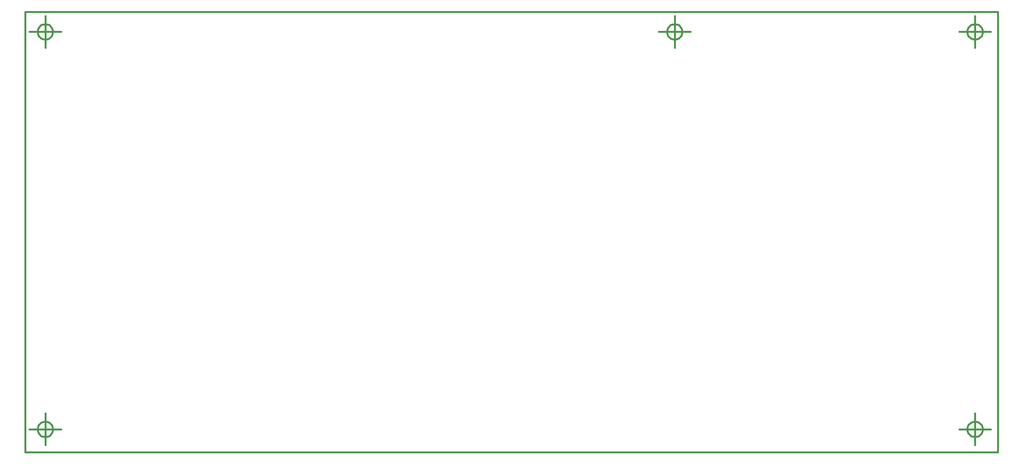
<source format=gbr>
G04 (Genere par PCBnew (20080825c)) le 18/8/2009-19:22:28*
G01*
G70*
G90*
%MOIN*%
G04 Gerber Fmt 3.4, Leading zero omitted, Abs format*
%FSLAX34Y34*%
G04 APERTURE LIST*
%ADD10C,0.015000*%
%ADD11C,0.012000*%
%ADD12C,0.070000*%
%ADD13R,0.062000X0.090000*%
%ADD14O,0.062000X0.090000*%
%ADD15C,0.055000*%
%ADD16R,0.070000X0.070000*%
%ADD17R,0.055000X0.055000*%
%ADD18C,0.060000*%
%ADD19C,0.160000*%
%ADD20C,0.080000*%
%ADD21C,0.045000*%
%ADD22C,0.017000*%
%ADD23C,0.005000*%
%ADD24C,0.001000*%
%ADD25C,0.008000*%
%ADD26C,0.010000*%
%ADD27C,0.090000*%
%ADD28R,0.082000X0.110000*%
%ADD29O,0.082000X0.110000*%
%ADD30C,0.075000*%
%ADD31R,0.090000X0.090000*%
%ADD32R,0.075000X0.075000*%
%ADD33C,0.180000*%
%ADD34C,0.100000*%
G04 APERTURE END LIST*
G54D10*
X96500Y-57250D02*
X96750Y-57250D01*
X89750Y-57250D02*
X96500Y-57250D01*
X71250Y-18750D02*
X96750Y-18750D01*
X11750Y-18750D02*
X12250Y-18750D01*
X11750Y-57250D02*
X11750Y-18750D01*
X12250Y-57250D02*
X11750Y-57250D01*
X96750Y-18750D02*
X96750Y-57250D01*
X69189Y-20500D02*
X69096Y-20844D01*
X69096Y-20844D02*
X68844Y-21096D01*
X68844Y-21096D02*
X68500Y-21189D01*
X68500Y-21189D02*
X68156Y-21096D01*
X68156Y-21096D02*
X67904Y-20844D01*
X67904Y-20844D02*
X67811Y-20500D01*
X67811Y-20500D02*
X67904Y-20156D01*
X67904Y-20156D02*
X68156Y-19904D01*
X68156Y-19904D02*
X68500Y-19811D01*
X68500Y-19811D02*
X68844Y-19904D01*
X68844Y-19904D02*
X69096Y-20156D01*
X69096Y-20156D02*
X69189Y-20500D01*
X67122Y-20500D02*
X69878Y-20500D01*
X68500Y-19122D02*
X68500Y-21878D01*
X14189Y-20500D02*
X14096Y-20844D01*
X14096Y-20844D02*
X13844Y-21096D01*
X13844Y-21096D02*
X13500Y-21189D01*
X13500Y-21189D02*
X13156Y-21096D01*
X13156Y-21096D02*
X12904Y-20844D01*
X12904Y-20844D02*
X12811Y-20500D01*
X12811Y-20500D02*
X12904Y-20156D01*
X12904Y-20156D02*
X13156Y-19904D01*
X13156Y-19904D02*
X13500Y-19811D01*
X13500Y-19811D02*
X13844Y-19904D01*
X13844Y-19904D02*
X14096Y-20156D01*
X14096Y-20156D02*
X14189Y-20500D01*
X12122Y-20500D02*
X14878Y-20500D01*
X13500Y-19122D02*
X13500Y-21878D01*
X14189Y-55250D02*
X14096Y-55594D01*
X14096Y-55594D02*
X13844Y-55846D01*
X13844Y-55846D02*
X13500Y-55939D01*
X13500Y-55939D02*
X13156Y-55846D01*
X13156Y-55846D02*
X12904Y-55594D01*
X12904Y-55594D02*
X12811Y-55250D01*
X12811Y-55250D02*
X12904Y-54906D01*
X12904Y-54906D02*
X13156Y-54654D01*
X13156Y-54654D02*
X13500Y-54561D01*
X13500Y-54561D02*
X13844Y-54654D01*
X13844Y-54654D02*
X14096Y-54906D01*
X14096Y-54906D02*
X14189Y-55250D01*
X12122Y-55250D02*
X14878Y-55250D01*
X13500Y-53872D02*
X13500Y-56628D01*
X95439Y-20500D02*
X95346Y-20844D01*
X95346Y-20844D02*
X95094Y-21096D01*
X95094Y-21096D02*
X94750Y-21189D01*
X94750Y-21189D02*
X94406Y-21096D01*
X94406Y-21096D02*
X94154Y-20844D01*
X94154Y-20844D02*
X94061Y-20500D01*
X94061Y-20500D02*
X94154Y-20156D01*
X94154Y-20156D02*
X94406Y-19904D01*
X94406Y-19904D02*
X94750Y-19811D01*
X94750Y-19811D02*
X95094Y-19904D01*
X95094Y-19904D02*
X95346Y-20156D01*
X95346Y-20156D02*
X95439Y-20500D01*
X93372Y-20500D02*
X96128Y-20500D01*
X94750Y-19122D02*
X94750Y-21878D01*
X95439Y-55250D02*
X95346Y-55594D01*
X95346Y-55594D02*
X95094Y-55846D01*
X95094Y-55846D02*
X94750Y-55939D01*
X94750Y-55939D02*
X94406Y-55846D01*
X94406Y-55846D02*
X94154Y-55594D01*
X94154Y-55594D02*
X94061Y-55250D01*
X94061Y-55250D02*
X94154Y-54906D01*
X94154Y-54906D02*
X94406Y-54654D01*
X94406Y-54654D02*
X94750Y-54561D01*
X94750Y-54561D02*
X95094Y-54654D01*
X95094Y-54654D02*
X95346Y-54906D01*
X95346Y-54906D02*
X95439Y-55250D01*
X93372Y-55250D02*
X96128Y-55250D01*
X94750Y-53872D02*
X94750Y-56628D01*
X37750Y-57250D02*
X12250Y-57250D01*
X63250Y-57250D02*
X37750Y-57250D01*
X69000Y-57250D02*
X63250Y-57250D01*
X77750Y-57250D02*
X69000Y-57250D01*
X89750Y-57250D02*
X77750Y-57250D01*
X36000Y-18750D02*
X12250Y-18750D01*
X71250Y-18750D02*
X36000Y-18750D01*
M02*

</source>
